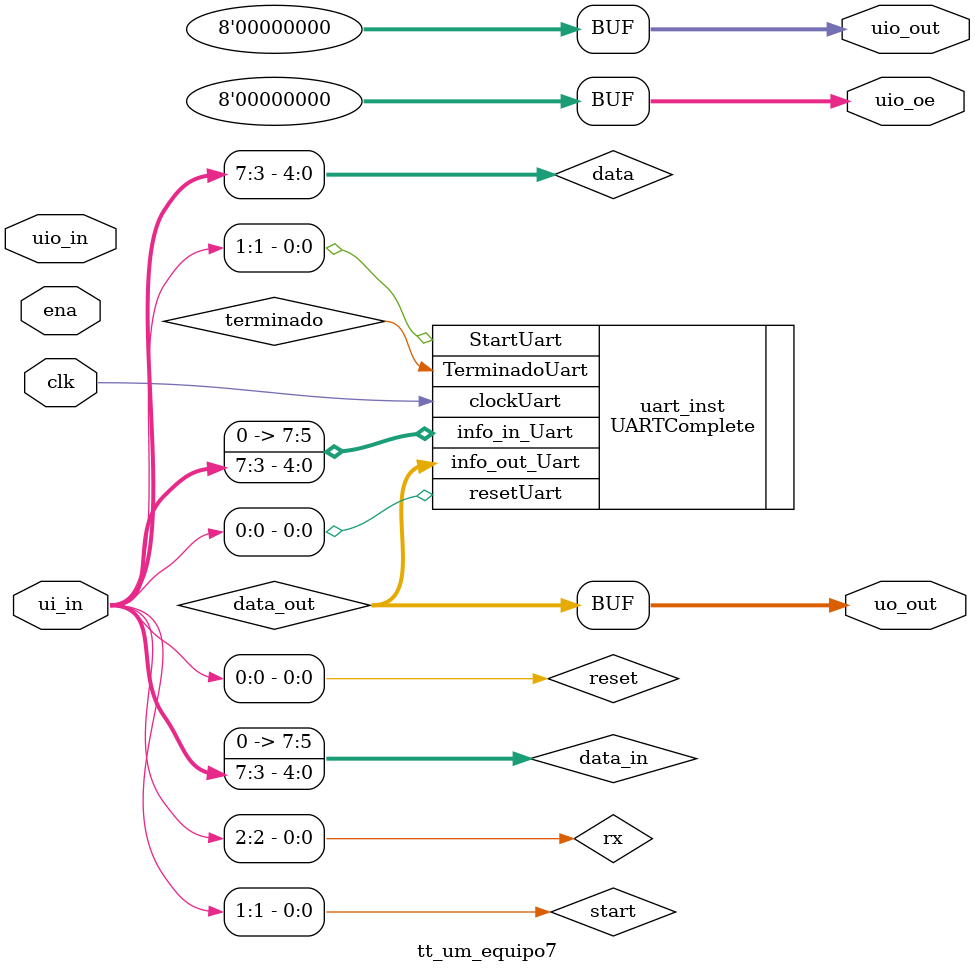
<source format=v>
module tt_um_equipo7 (
    input  wire clk,              // Clock del sistema
    input  wire [7:0] ui_in,      // Entradas GPIO (reset, start, rx, info_in[4:0])
    output wire [7:0] uo_out,     // Salida del receptor UART
    input  wire [7:0] uio_in,     // No utilizados
    output wire [7:0] uio_out,    // No utilizados
    output wire [7:0] uio_oe,     // No utilizados
    input  wire ena               // Enable (no utilizado aquí)
);

    // Mapeo de señales
    wire reset      = ui_in[0];
    wire start      = ui_in[1];
    wire rx         = ui_in[2];
    wire [4:0] data = ui_in[7:3]; // Solo 5 bits (por límite de GPIOs)

    // Completamos a 8 bits para info_in del UART
    wire [7:0] data_in = {3'b000, data};
    wire [7:0] data_out;
    wire terminado;

    // Instanciamos tu UART
    UARTComplete uart_inst (
        .clockUart(clk),
        .resetUart(reset),
        .StartUart(start),
        .info_in_Uart(data_in),
        .info_out_Uart(data_out),
        .TerminadoUart(terminado)
    );

    // Salida
    assign uo_out = data_out;

    // Pines no usados
    assign uio_out = 8'b0;
    assign uio_oe  = 8'b0;

endmodule

</source>
